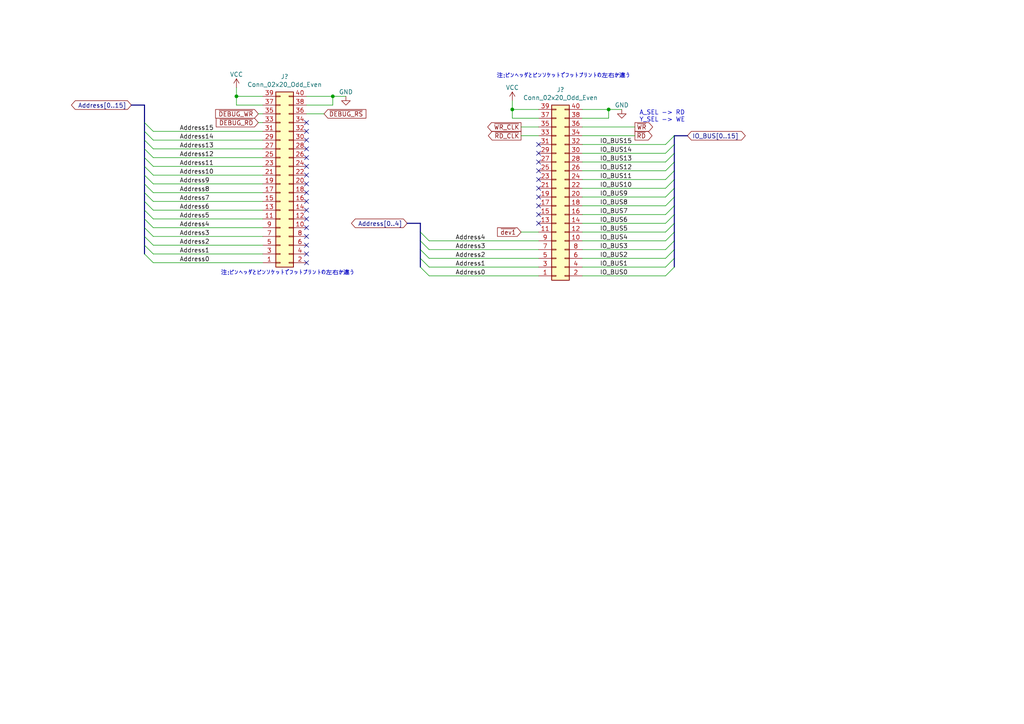
<source format=kicad_sch>
(kicad_sch (version 20211123) (generator eeschema)
  (paper "A4")
  (lib_symbols
    (symbol "Connector_Generic:Conn_02x20_Odd_Even" (pin_names (offset 1.016) hide)
      (property "Reference" "J" (at 1.27 25.4 0))
      (property "Value" "Conn_02x20_Odd_Even" (at 1.27 -27.94 0))
      (symbol "Conn_02x20_Odd_Even_1_1"
        (rectangle (start -1.27 -25.273) (end 0 -25.527) (stroke (width 0.1524)))
        (rectangle (start -1.27 -22.733) (end 0 -22.987) (stroke (width 0.1524)))
        (rectangle (start -1.27 -20.193) (end 0 -20.447) (stroke (width 0.1524)))
        (rectangle (start -1.27 -17.653) (end 0 -17.907) (stroke (width 0.1524)))
        (rectangle (start -1.27 -15.113) (end 0 -15.367) (stroke (width 0.1524)))
        (rectangle (start -1.27 -12.573) (end 0 -12.827) (stroke (width 0.1524)))
        (rectangle (start -1.27 -10.033) (end 0 -10.287) (stroke (width 0.1524)))
        (rectangle (start -1.27 -7.493) (end 0 -7.747) (stroke (width 0.1524)))
        (rectangle (start -1.27 -4.953) (end 0 -5.207) (stroke (width 0.1524)))
        (rectangle (start -1.27 -2.413) (end 0 -2.667) (stroke (width 0.1524)))
        (rectangle (start -1.27 0.127) (end 0 -0.127) (stroke (width 0.1524)))
        (rectangle (start -1.27 2.667) (end 0 2.413) (stroke (width 0.1524)))
        (rectangle (start -1.27 5.207) (end 0 4.953) (stroke (width 0.1524)))
        (rectangle (start -1.27 7.747) (end 0 7.493) (stroke (width 0.1524)))
        (rectangle (start -1.27 10.287) (end 0 10.033) (stroke (width 0.1524)))
        (rectangle (start -1.27 12.827) (end 0 12.573) (stroke (width 0.1524)))
        (rectangle (start -1.27 15.367) (end 0 15.113) (stroke (width 0.1524)))
        (rectangle (start -1.27 17.907) (end 0 17.653) (stroke (width 0.1524)))
        (rectangle (start -1.27 20.447) (end 0 20.193) (stroke (width 0.1524)))
        (rectangle (start -1.27 22.987) (end 0 22.733) (stroke (width 0.1524)))
        (rectangle (start -1.27 24.13) (end 3.81 -26.67) (stroke (width 0.254)) (fill (type background)))
        (rectangle (start 3.81 -25.273) (end 2.54 -25.527) (stroke (width 0.1524)))
        (rectangle (start 3.81 -22.733) (end 2.54 -22.987) (stroke (width 0.1524)))
        (rectangle (start 3.81 -20.193) (end 2.54 -20.447) (stroke (width 0.1524)))
        (rectangle (start 3.81 -17.653) (end 2.54 -17.907) (stroke (width 0.1524)))
        (rectangle (start 3.81 -15.113) (end 2.54 -15.367) (stroke (width 0.1524)))
        (rectangle (start 3.81 -12.573) (end 2.54 -12.827) (stroke (width 0.1524)))
        (rectangle (start 3.81 -10.033) (end 2.54 -10.287) (stroke (width 0.1524)))
        (rectangle (start 3.81 -7.493) (end 2.54 -7.747) (stroke (width 0.1524)))
        (rectangle (start 3.81 -4.953) (end 2.54 -5.207) (stroke (width 0.1524)))
        (rectangle (start 3.81 -2.413) (end 2.54 -2.667) (stroke (width 0.1524)))
        (rectangle (start 3.81 0.127) (end 2.54 -0.127) (stroke (width 0.1524)))
        (rectangle (start 3.81 2.667) (end 2.54 2.413) (stroke (width 0.1524)))
        (rectangle (start 3.81 5.207) (end 2.54 4.953) (stroke (width 0.1524)))
        (rectangle (start 3.81 7.747) (end 2.54 7.493) (stroke (width 0.1524)))
        (rectangle (start 3.81 10.287) (end 2.54 10.033) (stroke (width 0.1524)))
        (rectangle (start 3.81 12.827) (end 2.54 12.573) (stroke (width 0.1524)))
        (rectangle (start 3.81 15.367) (end 2.54 15.113) (stroke (width 0.1524)))
        (rectangle (start 3.81 17.907) (end 2.54 17.653) (stroke (width 0.1524)))
        (rectangle (start 3.81 20.447) (end 2.54 20.193) (stroke (width 0.1524)))
        (rectangle (start 3.81 22.987) (end 2.54 22.733) (stroke (width 0.1524)))
        (pin passive line (at -5.08 22.86 0) (length 3.81) (name "Pin_1") (number "1"))
        (pin passive line (at 7.62 12.7 180) (length 3.81) (name "Pin_10") (number "10"))
        (pin passive line (at -5.08 10.16 0) (length 3.81) (name "Pin_11") (number "11"))
        (pin passive line (at 7.62 10.16 180) (length 3.81) (name "Pin_12") (number "12"))
        (pin passive line (at -5.08 7.62 0) (length 3.81) (name "Pin_13") (number "13"))
        (pin passive line (at 7.62 7.62 180) (length 3.81) (name "Pin_14") (number "14"))
        (pin passive line (at -5.08 5.08 0) (length 3.81) (name "Pin_15") (number "15"))
        (pin passive line (at 7.62 5.08 180) (length 3.81) (name "Pin_16") (number "16"))
        (pin passive line (at -5.08 2.54 0) (length 3.81) (name "Pin_17") (number "17"))
        (pin passive line (at 7.62 2.54 180) (length 3.81) (name "Pin_18") (number "18"))
        (pin passive line (at -5.08 0 0) (length 3.81) (name "Pin_19") (number "19"))
        (pin passive line (at 7.62 22.86 180) (length 3.81) (name "Pin_2") (number "2"))
        (pin passive line (at 7.62 0 180) (length 3.81) (name "Pin_20") (number "20"))
        (pin passive line (at -5.08 -2.54 0) (length 3.81) (name "Pin_21") (number "21"))
        (pin passive line (at 7.62 -2.54 180) (length 3.81) (name "Pin_22") (number "22"))
        (pin passive line (at -5.08 -5.08 0) (length 3.81) (name "Pin_23") (number "23"))
        (pin passive line (at 7.62 -5.08 180) (length 3.81) (name "Pin_24") (number "24"))
        (pin passive line (at -5.08 -7.62 0) (length 3.81) (name "Pin_25") (number "25"))
        (pin passive line (at 7.62 -7.62 180) (length 3.81) (name "Pin_26") (number "26"))
        (pin passive line (at -5.08 -10.16 0) (length 3.81) (name "Pin_27") (number "27"))
        (pin passive line (at 7.62 -10.16 180) (length 3.81) (name "Pin_28") (number "28"))
        (pin passive line (at -5.08 -12.7 0) (length 3.81) (name "Pin_29") (number "29"))
        (pin passive line (at -5.08 20.32 0) (length 3.81) (name "Pin_3") (number "3"))
        (pin passive line (at 7.62 -12.7 180) (length 3.81) (name "Pin_30") (number "30"))
        (pin passive line (at -5.08 -15.24 0) (length 3.81) (name "Pin_31") (number "31"))
        (pin passive line (at 7.62 -15.24 180) (length 3.81) (name "Pin_32") (number "32"))
        (pin passive line (at -5.08 -17.78 0) (length 3.81) (name "Pin_33") (number "33"))
        (pin passive line (at 7.62 -17.78 180) (length 3.81) (name "Pin_34") (number "34"))
        (pin passive line (at -5.08 -20.32 0) (length 3.81) (name "Pin_35") (number "35"))
        (pin passive line (at 7.62 -20.32 180) (length 3.81) (name "Pin_36") (number "36"))
        (pin passive line (at -5.08 -22.86 0) (length 3.81) (name "Pin_37") (number "37"))
        (pin passive line (at 7.62 -22.86 180) (length 3.81) (name "Pin_38") (number "38"))
        (pin passive line (at -5.08 -25.4 0) (length 3.81) (name "Pin_39") (number "39"))
        (pin passive line (at 7.62 20.32 180) (length 3.81) (name "Pin_4") (number "4"))
        (pin passive line (at 7.62 -25.4 180) (length 3.81) (name "Pin_40") (number "40"))
        (pin passive line (at -5.08 17.78 0) (length 3.81) (name "Pin_5") (number "5"))
        (pin passive line (at 7.62 17.78 180) (length 3.81) (name "Pin_6") (number "6"))
        (pin passive line (at -5.08 15.24 0) (length 3.81) (name "Pin_7") (number "7"))
        (pin passive line (at 7.62 15.24 180) (length 3.81) (name "Pin_8") (number "8"))
        (pin passive line (at -5.08 12.7 0) (length 3.81) (name "Pin_9") (number "9"))
      )
    )
    (symbol "power:GND" (power) (pin_names (offset 0))
      (property "Value" "GND" (at 0 -3.81 0))
      (symbol "GND_0_1"
        (polyline (pts (xy 0 0) (xy 0 -1.27) (xy 1.27 -1.27) (xy 0 -2.54) (xy -1.27 -1.27) (xy 0 -1.27)))
      )
      (symbol "GND_1_1"
        (pin power_in line (at 0 0 270) (length 0) hide (name "GND") (number "1"))
      )
    )
    (symbol "power:VCC" (power) (pin_names (offset 0))
      (property "Value" "VCC" (at 0 3.81 0))
      (symbol "VCC_0_1"
        (polyline (pts (xy -0.762 1.27) (xy 0 2.54)))
        (polyline (pts (xy 0 0) (xy 0 2.54)))
        (polyline (pts (xy 0 2.54) (xy 0.762 1.27)))
      )
      (symbol "VCC_1_1"
        (pin power_in line (at 0 0 90) (length 0) hide (name "VCC") (number "1"))
      )
    )
  )
  (junction (at 68.58 27.94))
  (junction (at 176.53 31.75))
  (junction (at 148.59 31.75))
  (junction (at 96.52 27.94))
  (no_connect (at 88.9 66.04))
  (no_connect (at 156.21 41.91))
  (no_connect (at 88.9 63.5))
  (no_connect (at 88.9 76.2))
  (no_connect (at 88.9 40.64))
  (no_connect (at 88.9 60.96))
  (no_connect (at 156.21 44.45))
  (no_connect (at 156.21 46.99))
  (no_connect (at 156.21 49.53))
  (no_connect (at 156.21 62.23))
  (no_connect (at 156.21 64.77))
  (no_connect (at 156.21 52.07))
  (no_connect (at 156.21 54.61))
  (no_connect (at 156.21 57.15))
  (no_connect (at 156.21 59.69))
  (no_connect (at 88.9 68.58))
  (no_connect (at 88.9 38.1))
  (no_connect (at 88.9 73.66))
  (no_connect (at 88.9 48.26))
  (no_connect (at 88.9 43.18))
  (no_connect (at 88.9 50.8))
  (no_connect (at 88.9 35.56))
  (no_connect (at 88.9 71.12))
  (no_connect (at 88.9 45.72))
  (no_connect (at 88.9 53.34))
  (no_connect (at 88.9 58.42))
  (no_connect (at 88.9 55.88))
  (bus_entry (at 121.92 69.85) (size 2.54 2.54))
  (bus_entry (at 41.91 48.26) (size 2.54 2.54))
  (bus_entry (at 41.91 66.04) (size 2.54 2.54))
  (bus_entry (at 41.91 53.34) (size 2.54 2.54))
  (bus_entry (at 195.58 39.37) (size -2.54 2.54))
  (bus_entry (at 41.91 71.12) (size 2.54 2.54))
  (bus_entry (at 41.91 38.1) (size 2.54 2.54))
  (bus_entry (at 195.58 54.61) (size -2.54 2.54))
  (bus_entry (at 195.58 46.99) (size -2.54 2.54))
  (bus_entry (at 195.58 44.45) (size -2.54 2.54))
  (bus_entry (at 41.91 45.72) (size 2.54 2.54))
  (bus_entry (at 41.91 60.96) (size 2.54 2.54))
  (bus_entry (at 195.58 59.69) (size -2.54 2.54))
  (bus_entry (at 41.91 50.8) (size 2.54 2.54))
  (bus_entry (at 195.58 57.15) (size -2.54 2.54))
  (bus_entry (at 195.58 62.23) (size -2.54 2.54))
  (bus_entry (at 195.58 72.39) (size -2.54 2.54))
  (bus_entry (at 121.92 72.39) (size 2.54 2.54))
  (bus_entry (at 195.58 77.47) (size -2.54 2.54))
  (bus_entry (at 121.92 77.47) (size 2.54 2.54))
  (bus_entry (at 195.58 64.77) (size -2.54 2.54))
  (bus_entry (at 121.92 74.93) (size 2.54 2.54))
  (bus_entry (at 41.91 55.88) (size 2.54 2.54))
  (bus_entry (at 41.91 58.42) (size 2.54 2.54))
  (bus_entry (at 195.58 69.85) (size -2.54 2.54))
  (bus_entry (at 41.91 73.66) (size 2.54 2.54))
  (bus_entry (at 41.91 40.64) (size 2.54 2.54))
  (bus_entry (at 195.58 74.93) (size -2.54 2.54))
  (bus_entry (at 195.58 52.07) (size -2.54 2.54))
  (bus_entry (at 41.91 35.56) (size 2.54 2.54))
  (bus_entry (at 41.91 63.5) (size 2.54 2.54))
  (bus_entry (at 195.58 49.53) (size -2.54 2.54))
  (bus_entry (at 195.58 67.31) (size -2.54 2.54))
  (bus_entry (at 121.92 67.31) (size 2.54 2.54))
  (bus_entry (at 41.91 68.58) (size 2.54 2.54))
  (bus_entry (at 195.58 41.91) (size -2.54 2.54))
  (bus_entry (at 41.91 43.18) (size 2.54 2.54))
  (wire (pts (xy 68.58 25.4) (xy 68.58 27.94)))
  (wire (pts (xy 44.45 58.42) (xy 76.2 58.42)))
  (bus (pts (xy 41.91 71.12) (xy 41.91 73.66)))
  (wire (pts (xy 193.04 44.45) (xy 168.91 44.45)))
  (bus (pts (xy 41.91 30.48) (xy 41.91 35.56)))
  (bus (pts (xy 121.92 72.39) (xy 121.92 74.93)))
  (wire (pts (xy 151.13 67.31) (xy 156.21 67.31)))
  (wire (pts (xy 44.45 68.58) (xy 76.2 68.58)))
  (wire (pts (xy 193.04 52.07) (xy 168.91 52.07)))
  (bus (pts (xy 195.58 54.61) (xy 195.58 57.15)))
  (bus (pts (xy 41.91 38.1) (xy 41.91 40.64)))
  (wire (pts (xy 193.04 74.93) (xy 168.91 74.93)))
  (wire (pts (xy 44.45 63.5) (xy 76.2 63.5)))
  (bus (pts (xy 195.58 44.45) (xy 195.58 46.99)))
  (bus (pts (xy 195.58 39.37) (xy 195.58 41.91)))
  (bus (pts (xy 41.91 53.34) (xy 41.91 55.88)))
  (wire (pts (xy 44.45 43.18) (xy 76.2 43.18)))
  (bus (pts (xy 195.58 41.91) (xy 195.58 44.45)))
  (bus (pts (xy 195.58 46.99) (xy 195.58 49.53)))
  (bus (pts (xy 41.91 48.26) (xy 41.91 50.8)))
  (wire (pts (xy 96.52 27.94) (xy 96.52 30.48)))
  (bus (pts (xy 195.58 69.85) (xy 195.58 72.39)))
  (bus (pts (xy 195.58 72.39) (xy 195.58 74.93)))
  (wire (pts (xy 44.45 60.96) (xy 76.2 60.96)))
  (wire (pts (xy 96.52 30.48) (xy 88.9 30.48)))
  (bus (pts (xy 41.91 35.56) (xy 41.91 38.1)))
  (wire (pts (xy 76.2 27.94) (xy 68.58 27.94)))
  (wire (pts (xy 44.45 76.2) (xy 76.2 76.2)))
  (wire (pts (xy 96.52 27.94) (xy 88.9 27.94)))
  (wire (pts (xy 193.04 46.99) (xy 168.91 46.99)))
  (wire (pts (xy 193.04 67.31) (xy 168.91 67.31)))
  (wire (pts (xy 93.98 33.02) (xy 88.9 33.02)))
  (wire (pts (xy 44.45 73.66) (xy 76.2 73.66)))
  (wire (pts (xy 193.04 69.85) (xy 168.91 69.85)))
  (bus (pts (xy 41.91 68.58) (xy 41.91 71.12)))
  (bus (pts (xy 195.58 57.15) (xy 195.58 59.69)))
  (bus (pts (xy 195.58 62.23) (xy 195.58 64.77)))
  (wire (pts (xy 184.15 36.83) (xy 168.91 36.83)))
  (wire (pts (xy 76.2 35.56) (xy 74.93 35.56)))
  (wire (pts (xy 184.15 39.37) (xy 168.91 39.37)))
  (wire (pts (xy 151.13 36.83) (xy 156.21 36.83)))
  (wire (pts (xy 193.04 64.77) (xy 168.91 64.77)))
  (wire (pts (xy 44.45 40.64) (xy 76.2 40.64)))
  (wire (pts (xy 124.46 69.85) (xy 156.21 69.85)))
  (wire (pts (xy 76.2 30.48) (xy 68.58 30.48)))
  (bus (pts (xy 195.58 64.77) (xy 195.58 67.31)))
  (wire (pts (xy 180.34 31.75) (xy 176.53 31.75)))
  (bus (pts (xy 121.92 74.93) (xy 121.92 77.47)))
  (wire (pts (xy 44.45 55.88) (xy 76.2 55.88)))
  (wire (pts (xy 156.21 31.75) (xy 148.59 31.75)))
  (wire (pts (xy 44.45 38.1) (xy 76.2 38.1)))
  (wire (pts (xy 124.46 77.47) (xy 156.21 77.47)))
  (wire (pts (xy 176.53 34.29) (xy 168.91 34.29)))
  (bus (pts (xy 195.58 52.07) (xy 195.58 54.61)))
  (bus (pts (xy 41.91 45.72) (xy 41.91 48.26)))
  (wire (pts (xy 193.04 62.23) (xy 168.91 62.23)))
  (bus (pts (xy 195.58 59.69) (xy 195.58 62.23)))
  (bus (pts (xy 38.1 30.48) (xy 41.91 30.48)))
  (bus (pts (xy 195.58 67.31) (xy 195.58 69.85)))
  (wire (pts (xy 124.46 74.93) (xy 156.21 74.93)))
  (bus (pts (xy 41.91 40.64) (xy 41.91 43.18)))
  (wire (pts (xy 193.04 77.47) (xy 168.91 77.47)))
  (bus (pts (xy 41.91 60.96) (xy 41.91 63.5)))
  (wire (pts (xy 193.04 49.53) (xy 168.91 49.53)))
  (wire (pts (xy 44.45 53.34) (xy 76.2 53.34)))
  (wire (pts (xy 44.45 48.26) (xy 76.2 48.26)))
  (bus (pts (xy 121.92 64.77) (xy 121.92 67.31)))
  (wire (pts (xy 148.59 31.75) (xy 148.59 34.29)))
  (bus (pts (xy 121.92 69.85) (xy 121.92 72.39)))
  (bus (pts (xy 41.91 66.04) (xy 41.91 68.58)))
  (bus (pts (xy 118.11 64.77) (xy 121.92 64.77)))
  (wire (pts (xy 44.45 45.72) (xy 76.2 45.72)))
  (wire (pts (xy 176.53 31.75) (xy 176.53 34.29)))
  (wire (pts (xy 124.46 72.39) (xy 156.21 72.39)))
  (wire (pts (xy 44.45 50.8) (xy 76.2 50.8)))
  (wire (pts (xy 44.45 71.12) (xy 76.2 71.12)))
  (bus (pts (xy 41.91 50.8) (xy 41.91 53.34)))
  (bus (pts (xy 121.92 67.31) (xy 121.92 69.85)))
  (wire (pts (xy 68.58 27.94) (xy 68.58 30.48)))
  (wire (pts (xy 193.04 72.39) (xy 168.91 72.39)))
  (wire (pts (xy 44.45 66.04) (xy 76.2 66.04)))
  (bus (pts (xy 199.39 39.37) (xy 195.58 39.37)))
  (bus (pts (xy 195.58 49.53) (xy 195.58 52.07)))
  (wire (pts (xy 156.21 34.29) (xy 148.59 34.29)))
  (wire (pts (xy 176.53 31.75) (xy 168.91 31.75)))
  (wire (pts (xy 151.13 39.37) (xy 156.21 39.37)))
  (bus (pts (xy 195.58 74.93) (xy 195.58 77.47)))
  (wire (pts (xy 124.46 80.01) (xy 156.21 80.01)))
  (wire (pts (xy 193.04 41.91) (xy 168.91 41.91)))
  (bus (pts (xy 41.91 63.5) (xy 41.91 66.04)))
  (wire (pts (xy 193.04 54.61) (xy 168.91 54.61)))
  (bus (pts (xy 41.91 43.18) (xy 41.91 45.72)))
  (wire (pts (xy 193.04 57.15) (xy 168.91 57.15)))
  (wire (pts (xy 193.04 59.69) (xy 168.91 59.69)))
  (bus (pts (xy 41.91 58.42) (xy 41.91 60.96)))
  (bus (pts (xy 41.91 55.88) (xy 41.91 58.42)))
  (wire (pts (xy 76.2 33.02) (xy 74.93 33.02)))
  (wire (pts (xy 148.59 29.21) (xy 148.59 31.75)))
  (wire (pts (xy 100.33 27.94) (xy 96.52 27.94)))
  (wire (pts (xy 193.04 80.01) (xy 168.91 80.01)))
  (text "注:ピンヘッダとピンソケットでフットプリントの左右が違う" (at 182.88 22.86 180) (effects (font (size 1.27 1.27)) (justify right bottom)))
  (text "A_SEL -> RD\nY_SEL -> WE" (at 185.42 35.56 0) (effects (font (size 1.27 1.27)) (justify left bottom)))
  (text "注:ピンヘッダとピンソケットでフットプリントの左右が違う" (at 102.87 80.01 180) (effects (font (size 1.27 1.27)) (justify right bottom)))
  (label "Address6" (at 52.07 60.96 0))
  (label "IO_BUS9" (at 173.99 57.15 0))
  (label "IO_BUS4" (at 173.99 69.85 0))
  (label "Address14" (at 52.07 40.64 0))
  (label "IO_BUS3" (at 173.99 72.39 0))
  (label "IO_BUS11" (at 173.99 52.07 0))
  (label "Address0" (at 52.07 76.2 0))
  (label "Address5" (at 52.07 63.5 0))
  (label "Address4" (at 132.08 69.85 0))
  (label "Address0" (at 132.08 80.01 0))
  (label "Address15" (at 52.07 38.1 0))
  (label "Address4" (at 52.07 66.04 0))
  (label "IO_BUS14" (at 173.99 44.45 0))
  (label "IO_BUS6" (at 173.99 64.77 0))
  (label "IO_BUS15" (at 173.99 41.91 0))
  (label "Address3" (at 132.08 72.39 0))
  (label "Address12" (at 52.07 45.72 0))
  (label "IO_BUS7" (at 173.99 62.23 0))
  (label "IO_BUS5" (at 173.99 67.31 0))
  (label "Address8" (at 52.07 55.88 0))
  (label "Address7" (at 52.07 58.42 0))
  (label "Address10" (at 52.07 50.8 0))
  (label "Address2" (at 52.07 71.12 0))
  (label "Address1" (at 132.08 77.47 0))
  (label "IO_BUS2" (at 173.99 74.93 0))
  (label "Address9" (at 52.07 53.34 0))
  (label "IO_BUS13" (at 173.99 46.99 0))
  (label "Address2" (at 132.08 74.93 0))
  (label "Address3" (at 52.07 68.58 0))
  (label "Address13" (at 52.07 43.18 0))
  (label "Address11" (at 52.07 48.26 0))
  (label "IO_BUS8" (at 173.99 59.69 0))
  (label "IO_BUS12" (at 173.99 49.53 0))
  (label "IO_BUS0" (at 173.99 80.01 0))
  (label "IO_BUS10" (at 173.99 54.61 0))
  (label "IO_BUS1" (at 173.99 77.47 0))
  (label "Address1" (at 52.07 73.66 0))
  (global_label "Address[0..4]" (shape tri_state) (at 118.11 64.77 180) (property "Intersheet References" "${INTERSHEET_REFS}" (effects hide)))
  (global_label "~{DEBUG_RS}" (shape input) (at 93.98 33.02 0) (property "Intersheet References" "${INTERSHEET_REFS}" (effects hide)))
  (global_label "~{DEBUG_WR}" (shape input) (at 74.93 33.02 180) (property "Intersheet References" "${INTERSHEET_REFS}" (effects hide)))
  (global_label "IO_BUS[0..15]" (shape bidirectional) (at 199.39 39.37 0) (property "Intersheet References" "${INTERSHEET_REFS}" (effects hide)))
  (global_label "~{WR_CLK}" (shape output) (at 151.13 36.83 180) (property "Intersheet References" "${INTERSHEET_REFS}" (effects hide)))
  (global_label "~{WR}" (shape output) (at 184.15 36.83 0) (property "Intersheet References" "${INTERSHEET_REFS}" (effects hide)))
  (global_label "~{RD}" (shape output) (at 184.15 39.37 0) (property "Intersheet References" "${INTERSHEET_REFS}" (effects hide)))
  (global_label "~{dev1}" (shape input) (at 151.13 67.31 180) (property "Intersheet References" "${INTERSHEET_REFS}" (effects hide)))
  (global_label "Address[0..15]" (shape tri_state) (at 38.1 30.48 180) (property "Intersheet References" "${INTERSHEET_REFS}" (effects hide)))
  (global_label "~{RD_CLK}" (shape output) (at 151.13 39.37 180) (property "Intersheet References" "${INTERSHEET_REFS}" (effects hide)))
  (global_label "~{DEBUG_RD}" (shape input) (at 74.93 35.56 180) (property "Intersheet References" "${INTERSHEET_REFS}" (effects hide)))
  (symbol (lib_id "Connector_Generic:Conn_02x20_Odd_Even") (at 81.28 53.34 0) (mirror x) (unit 1)
    (property "Reference" "J?" (at 82.55 22.225 0))
    (property "Value" "Conn_02x20_Odd_Even" (at 82.55 24.5364 0))
    (property "Footprint" "Connector_PinSocket_2.54mm:PinSocket_2x20_P2.54mm_Vertical" (effects hide))
  )
  (symbol (lib_id "power:VCC") (at 68.58 25.4 0) (mirror y) (unit 1)
    (property "Reference" "#PWR?" (effects hide))
    (property "Value" "VCC" (at 68.58 21.59 0))
  )
  (symbol (lib_id "Connector_Generic:Conn_02x20_Odd_Even") (at 161.29 57.15 0) (mirror x) (unit 1)
    (property "Reference" "J?" (at 162.56 26.035 0))
    (property "Value" "Conn_02x20_Odd_Even" (at 162.56 28.3464 0))
    (property "Footprint" "Connector_PinSocket_2.54mm:PinSocket_2x20_P2.54mm_Vertical" (effects hide))
  )
  (symbol (lib_id "power:VCC") (at 148.59 29.21 0) (mirror y) (unit 1)
    (property "Reference" "#PWR?" (effects hide))
    (property "Value" "VCC" (at 148.59 25.4 0))
  )
  (symbol (lib_id "power:GND") (at 180.34 31.75 0) (mirror y) (unit 1)
    (property "Reference" "#PWR?" (effects hide))
    (property "Value" "GND" (at 180.34 30.48 0))
  )
  (symbol (lib_id "power:GND") (at 100.33 27.94 0) (mirror y) (unit 1)
    (property "Reference" "#PWR?" (effects hide))
    (property "Value" "GND" (at 100.33 26.67 0))
  )
)
</source>
